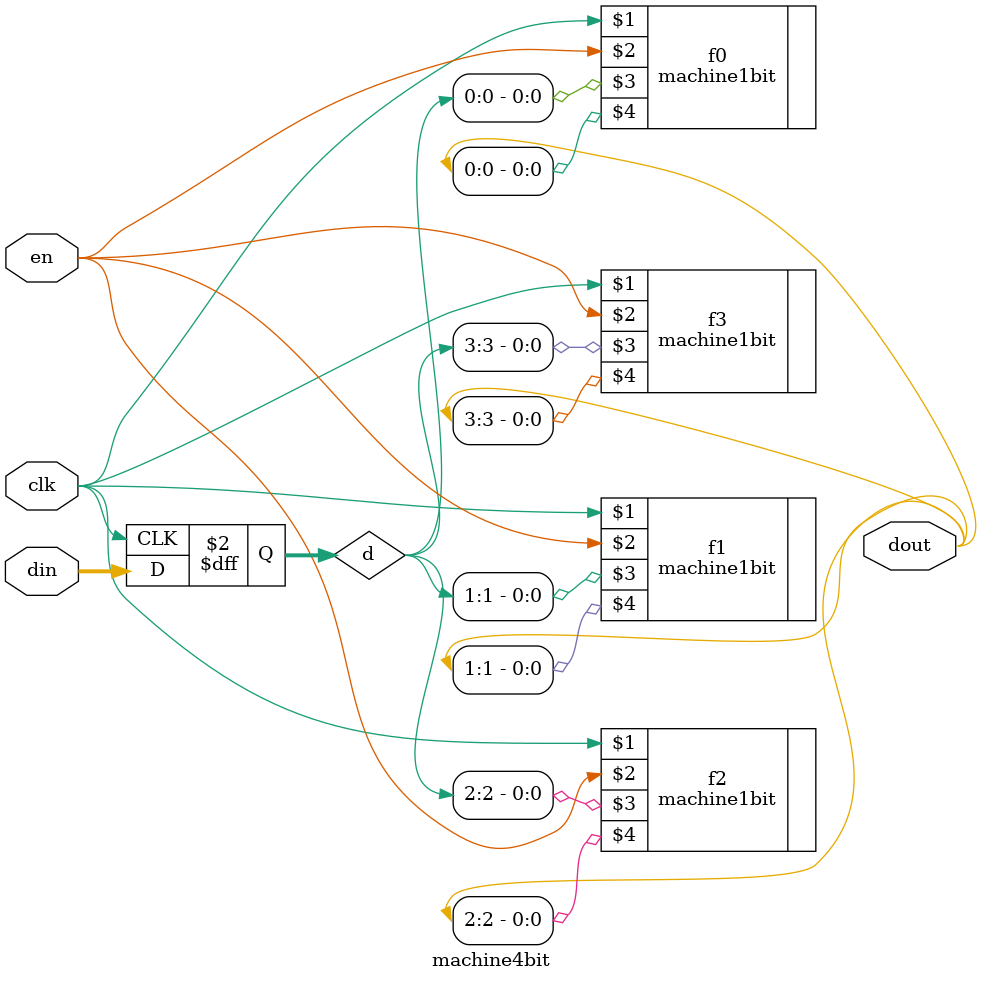
<source format=v>
`timescale 1ns / 1ps
module machine4bit(input clk,input en,input [3:0] din,output [3:0] dout);

	 // Input is a 4 bit vector and output is also a 4 bit vector.
	 
	 //connecting wires
	 reg [3:0] d;
	 
	 //1bits registers
	 machine1bit
		f0 (clk, en, d[0], dout[0]),
		f1 (clk, en, d[1], dout[1]),
		f2 (clk, en, d[2], dout[2]),
		f3 (clk, en, d[3], dout[3]);
	
	 //Dataflow
	 always @ ( posedge clk ) begin
		d[0] <= din[0];
		d[1] <= din[1];
		d[2] <= din[2];
		d[3] <= din[3];
	 end
endmodule

</source>
